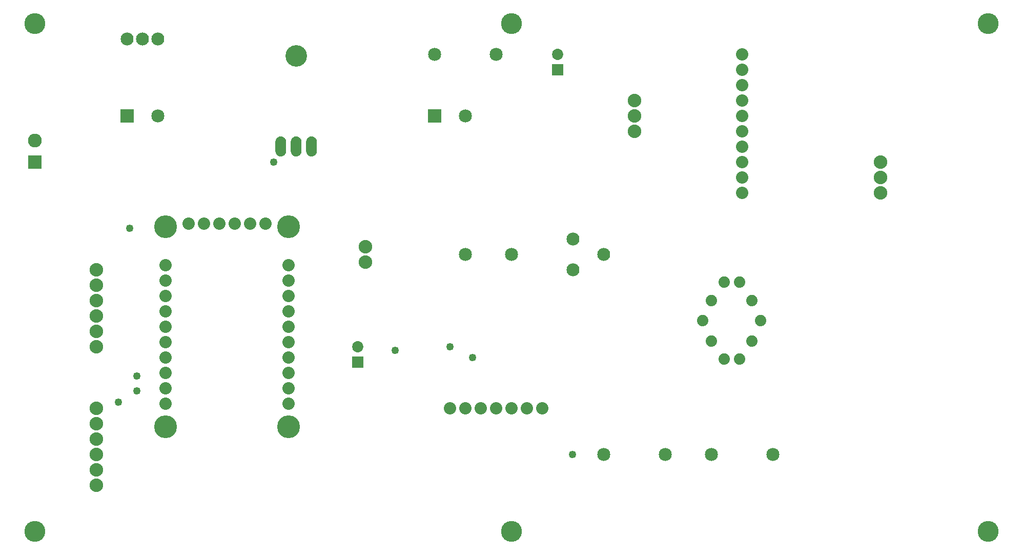
<source format=gts>
G04 MADE WITH FRITZING*
G04 WWW.FRITZING.ORG*
G04 DOUBLE SIDED*
G04 HOLES PLATED*
G04 CONTOUR ON CENTER OF CONTOUR VECTOR*
%ASAXBY*%
%FSLAX23Y23*%
%MOIN*%
%OFA0B0*%
%SFA1.0B1.0*%
%ADD10C,0.148425*%
%ADD11C,0.080000*%
%ADD12C,0.070000*%
%ADD13C,0.140000*%
%ADD14C,0.085000*%
%ADD15C,0.084000*%
%ADD16C,0.072992*%
%ADD17C,0.090000*%
%ADD18C,0.074000*%
%ADD19C,0.088000*%
%ADD20C,0.049370*%
%ADD21C,0.135984*%
%ADD22R,0.085000X0.085000*%
%ADD23R,0.072992X0.072992*%
%ADD24R,0.090000X0.090000*%
%ADD25R,0.001000X0.001000*%
%LNMASK1*%
G90*
G70*
G54D10*
X1815Y2171D03*
X1815Y871D03*
G54D11*
X1665Y2191D03*
X1565Y2191D03*
X1465Y2191D03*
X1365Y2191D03*
X1265Y2191D03*
X1165Y2191D03*
X1815Y1021D03*
X1815Y1121D03*
X1815Y1221D03*
X1815Y1321D03*
X1815Y1421D03*
X1815Y1521D03*
X1815Y1621D03*
X1815Y1721D03*
X1815Y1821D03*
G54D10*
X1015Y871D03*
G54D11*
X1815Y1921D03*
G54D10*
X1015Y2171D03*
G54D11*
X1015Y1921D03*
X1015Y1821D03*
X1015Y1721D03*
X1015Y1621D03*
X1015Y1521D03*
X1015Y1421D03*
X1015Y1321D03*
X1015Y1221D03*
X1015Y1121D03*
X1015Y1021D03*
G54D12*
X1765Y2691D03*
X1865Y2691D03*
X1965Y2691D03*
G54D13*
X1865Y3281D03*
G54D12*
X1765Y2691D03*
X1865Y2691D03*
X1965Y2691D03*
G54D13*
X1865Y3281D03*
G54D14*
X2765Y2891D03*
X2965Y2891D03*
X765Y2891D03*
X965Y2891D03*
G54D15*
X765Y3391D03*
X865Y3391D03*
X965Y3391D03*
X765Y3391D03*
X865Y3391D03*
X965Y3391D03*
G54D16*
X3565Y3192D03*
X3565Y3291D03*
G54D14*
X2765Y3291D03*
X3165Y3291D03*
G54D17*
X165Y2591D03*
X165Y2729D03*
G54D18*
X4565Y1427D03*
X4647Y1809D03*
X4747Y1309D03*
X4829Y1691D03*
X4747Y1809D03*
X4829Y1427D03*
X4647Y1309D03*
X4510Y1559D03*
X4884Y1559D03*
X4565Y1691D03*
G54D14*
X3865Y691D03*
X4265Y691D03*
X4565Y691D03*
X4965Y691D03*
X2965Y1991D03*
X3265Y1991D03*
G54D15*
X3665Y2091D03*
X3665Y1891D03*
X3865Y1991D03*
X3665Y2091D03*
X3665Y1891D03*
X3865Y1991D03*
G54D16*
X2265Y1292D03*
X2265Y1391D03*
G54D19*
X2315Y2041D03*
X2315Y1941D03*
X565Y1891D03*
X565Y1791D03*
X565Y1691D03*
X565Y1591D03*
X565Y1491D03*
X565Y1391D03*
G54D11*
X4765Y2391D03*
X4765Y2491D03*
X4765Y2591D03*
X4765Y2691D03*
X4765Y2791D03*
X4765Y2891D03*
X4765Y2991D03*
X4765Y3091D03*
X4765Y3191D03*
X4765Y3291D03*
G54D19*
X4065Y2991D03*
X4065Y2891D03*
X4065Y2791D03*
X5665Y2591D03*
X5665Y2491D03*
X5665Y2391D03*
X565Y991D03*
X565Y891D03*
X565Y791D03*
X565Y691D03*
X565Y591D03*
X565Y491D03*
G54D20*
X829Y1199D03*
X709Y1031D03*
X829Y1103D03*
X3013Y1319D03*
X781Y2159D03*
X1717Y2591D03*
X2509Y1367D03*
G54D21*
X165Y3491D03*
X165Y191D03*
X6365Y191D03*
X6365Y3491D03*
X3265Y191D03*
X3265Y3491D03*
G54D11*
X3465Y991D03*
X3365Y991D03*
X3265Y991D03*
X3165Y991D03*
X3065Y991D03*
X2965Y991D03*
X2865Y991D03*
G54D20*
X2865Y1391D03*
X3663Y691D03*
G54D22*
X2765Y2891D03*
X765Y2891D03*
G54D23*
X3565Y3192D03*
G54D24*
X165Y2591D03*
G54D23*
X2265Y1292D03*
G54D25*
X1758Y2756D02*
X1772Y2756D01*
X1858Y2756D02*
X1872Y2756D01*
X1958Y2756D02*
X1972Y2756D01*
X1754Y2755D02*
X1775Y2755D01*
X1854Y2755D02*
X1875Y2755D01*
X1954Y2755D02*
X1975Y2755D01*
X1752Y2754D02*
X1778Y2754D01*
X1852Y2754D02*
X1878Y2754D01*
X1952Y2754D02*
X1978Y2754D01*
X1750Y2753D02*
X1780Y2753D01*
X1850Y2753D02*
X1880Y2753D01*
X1950Y2753D02*
X1980Y2753D01*
X1748Y2752D02*
X1782Y2752D01*
X1848Y2752D02*
X1882Y2752D01*
X1948Y2752D02*
X1982Y2752D01*
X1746Y2751D02*
X1783Y2751D01*
X1846Y2751D02*
X1883Y2751D01*
X1946Y2751D02*
X1983Y2751D01*
X1745Y2750D02*
X1785Y2750D01*
X1845Y2750D02*
X1885Y2750D01*
X1945Y2750D02*
X1985Y2750D01*
X1743Y2749D02*
X1786Y2749D01*
X1843Y2749D02*
X1886Y2749D01*
X1943Y2749D02*
X1986Y2749D01*
X1742Y2748D02*
X1787Y2748D01*
X1842Y2748D02*
X1887Y2748D01*
X1942Y2748D02*
X1987Y2748D01*
X1741Y2747D02*
X1789Y2747D01*
X1841Y2747D02*
X1889Y2747D01*
X1941Y2747D02*
X1989Y2747D01*
X1740Y2746D02*
X1790Y2746D01*
X1840Y2746D02*
X1890Y2746D01*
X1940Y2746D02*
X1990Y2746D01*
X1739Y2745D02*
X1790Y2745D01*
X1839Y2745D02*
X1890Y2745D01*
X1939Y2745D02*
X1990Y2745D01*
X1738Y2744D02*
X1791Y2744D01*
X1838Y2744D02*
X1891Y2744D01*
X1938Y2744D02*
X1991Y2744D01*
X1737Y2743D02*
X1792Y2743D01*
X1837Y2743D02*
X1892Y2743D01*
X1937Y2743D02*
X1992Y2743D01*
X1737Y2742D02*
X1793Y2742D01*
X1837Y2742D02*
X1893Y2742D01*
X1937Y2742D02*
X1993Y2742D01*
X1736Y2741D02*
X1793Y2741D01*
X1836Y2741D02*
X1893Y2741D01*
X1936Y2741D02*
X1993Y2741D01*
X1735Y2740D02*
X1794Y2740D01*
X1835Y2740D02*
X1894Y2740D01*
X1935Y2740D02*
X1994Y2740D01*
X1735Y2739D02*
X1795Y2739D01*
X1835Y2739D02*
X1895Y2739D01*
X1935Y2739D02*
X1995Y2739D01*
X1734Y2738D02*
X1795Y2738D01*
X1834Y2738D02*
X1895Y2738D01*
X1934Y2738D02*
X1995Y2738D01*
X1734Y2737D02*
X1796Y2737D01*
X1834Y2737D02*
X1896Y2737D01*
X1934Y2737D02*
X1996Y2737D01*
X1733Y2736D02*
X1796Y2736D01*
X1833Y2736D02*
X1896Y2736D01*
X1933Y2736D02*
X1996Y2736D01*
X1733Y2735D02*
X1797Y2735D01*
X1833Y2735D02*
X1897Y2735D01*
X1933Y2735D02*
X1997Y2735D01*
X1733Y2734D02*
X1797Y2734D01*
X1833Y2734D02*
X1897Y2734D01*
X1933Y2734D02*
X1997Y2734D01*
X1732Y2733D02*
X1797Y2733D01*
X1832Y2733D02*
X1897Y2733D01*
X1932Y2733D02*
X1997Y2733D01*
X1732Y2732D02*
X1798Y2732D01*
X1832Y2732D02*
X1898Y2732D01*
X1932Y2732D02*
X1998Y2732D01*
X1732Y2731D02*
X1798Y2731D01*
X1832Y2731D02*
X1898Y2731D01*
X1932Y2731D02*
X1998Y2731D01*
X1731Y2730D02*
X1798Y2730D01*
X1831Y2730D02*
X1898Y2730D01*
X1931Y2730D02*
X1998Y2730D01*
X1731Y2729D02*
X1798Y2729D01*
X1831Y2729D02*
X1898Y2729D01*
X1931Y2729D02*
X1998Y2729D01*
X1731Y2728D02*
X1799Y2728D01*
X1831Y2728D02*
X1899Y2728D01*
X1931Y2728D02*
X1999Y2728D01*
X1731Y2727D02*
X1799Y2727D01*
X1831Y2727D02*
X1899Y2727D01*
X1931Y2727D02*
X1999Y2727D01*
X1731Y2726D02*
X1799Y2726D01*
X1831Y2726D02*
X1899Y2726D01*
X1931Y2726D02*
X1999Y2726D01*
X1730Y2725D02*
X1799Y2725D01*
X1830Y2725D02*
X1899Y2725D01*
X1930Y2725D02*
X1999Y2725D01*
X1730Y2724D02*
X1799Y2724D01*
X1830Y2724D02*
X1899Y2724D01*
X1930Y2724D02*
X1999Y2724D01*
X1730Y2723D02*
X1799Y2723D01*
X1830Y2723D02*
X1899Y2723D01*
X1930Y2723D02*
X1999Y2723D01*
X1730Y2722D02*
X1799Y2722D01*
X1830Y2722D02*
X1899Y2722D01*
X1930Y2722D02*
X1999Y2722D01*
X1730Y2721D02*
X1799Y2721D01*
X1830Y2721D02*
X1899Y2721D01*
X1930Y2721D02*
X1999Y2721D01*
X1730Y2720D02*
X1799Y2720D01*
X1830Y2720D02*
X1899Y2720D01*
X1930Y2720D02*
X1999Y2720D01*
X1730Y2719D02*
X1799Y2719D01*
X1830Y2719D02*
X1899Y2719D01*
X1930Y2719D02*
X1999Y2719D01*
X1730Y2718D02*
X1799Y2718D01*
X1830Y2718D02*
X1899Y2718D01*
X1930Y2718D02*
X1999Y2718D01*
X1730Y2717D02*
X1799Y2717D01*
X1830Y2717D02*
X1899Y2717D01*
X1930Y2717D02*
X1999Y2717D01*
X1730Y2716D02*
X1799Y2716D01*
X1830Y2716D02*
X1899Y2716D01*
X1930Y2716D02*
X1999Y2716D01*
X1730Y2715D02*
X1799Y2715D01*
X1830Y2715D02*
X1899Y2715D01*
X1930Y2715D02*
X1999Y2715D01*
X1730Y2714D02*
X1799Y2714D01*
X1830Y2714D02*
X1899Y2714D01*
X1930Y2714D02*
X1999Y2714D01*
X1730Y2713D02*
X1799Y2713D01*
X1830Y2713D02*
X1899Y2713D01*
X1930Y2713D02*
X1999Y2713D01*
X1730Y2712D02*
X1799Y2712D01*
X1830Y2712D02*
X1899Y2712D01*
X1930Y2712D02*
X1999Y2712D01*
X1730Y2711D02*
X1799Y2711D01*
X1830Y2711D02*
X1899Y2711D01*
X1930Y2711D02*
X1999Y2711D01*
X1730Y2710D02*
X1799Y2710D01*
X1830Y2710D02*
X1899Y2710D01*
X1930Y2710D02*
X1999Y2710D01*
X1730Y2709D02*
X1799Y2709D01*
X1830Y2709D02*
X1899Y2709D01*
X1930Y2709D02*
X1999Y2709D01*
X1730Y2708D02*
X1799Y2708D01*
X1830Y2708D02*
X1899Y2708D01*
X1930Y2708D02*
X1999Y2708D01*
X1730Y2707D02*
X1799Y2707D01*
X1830Y2707D02*
X1899Y2707D01*
X1930Y2707D02*
X1999Y2707D01*
X1730Y2706D02*
X1759Y2706D01*
X1770Y2706D02*
X1799Y2706D01*
X1830Y2706D02*
X1859Y2706D01*
X1870Y2706D02*
X1899Y2706D01*
X1930Y2706D02*
X1959Y2706D01*
X1970Y2706D02*
X1999Y2706D01*
X1730Y2705D02*
X1757Y2705D01*
X1772Y2705D02*
X1799Y2705D01*
X1830Y2705D02*
X1857Y2705D01*
X1872Y2705D02*
X1899Y2705D01*
X1930Y2705D02*
X1957Y2705D01*
X1972Y2705D02*
X1999Y2705D01*
X1730Y2704D02*
X1756Y2704D01*
X1774Y2704D02*
X1799Y2704D01*
X1830Y2704D02*
X1856Y2704D01*
X1874Y2704D02*
X1899Y2704D01*
X1930Y2704D02*
X1956Y2704D01*
X1974Y2704D02*
X1999Y2704D01*
X1730Y2703D02*
X1754Y2703D01*
X1775Y2703D02*
X1799Y2703D01*
X1830Y2703D02*
X1854Y2703D01*
X1875Y2703D02*
X1899Y2703D01*
X1930Y2703D02*
X1954Y2703D01*
X1975Y2703D02*
X1999Y2703D01*
X1730Y2702D02*
X1753Y2702D01*
X1776Y2702D02*
X1799Y2702D01*
X1830Y2702D02*
X1853Y2702D01*
X1876Y2702D02*
X1899Y2702D01*
X1930Y2702D02*
X1953Y2702D01*
X1976Y2702D02*
X1999Y2702D01*
X1730Y2701D02*
X1752Y2701D01*
X1777Y2701D02*
X1799Y2701D01*
X1830Y2701D02*
X1852Y2701D01*
X1877Y2701D02*
X1899Y2701D01*
X1930Y2701D02*
X1952Y2701D01*
X1977Y2701D02*
X1999Y2701D01*
X1730Y2700D02*
X1752Y2700D01*
X1778Y2700D02*
X1799Y2700D01*
X1830Y2700D02*
X1852Y2700D01*
X1878Y2700D02*
X1899Y2700D01*
X1930Y2700D02*
X1952Y2700D01*
X1978Y2700D02*
X1999Y2700D01*
X1730Y2699D02*
X1751Y2699D01*
X1778Y2699D02*
X1799Y2699D01*
X1830Y2699D02*
X1851Y2699D01*
X1878Y2699D02*
X1899Y2699D01*
X1930Y2699D02*
X1951Y2699D01*
X1978Y2699D02*
X1999Y2699D01*
X1730Y2698D02*
X1751Y2698D01*
X1779Y2698D02*
X1799Y2698D01*
X1830Y2698D02*
X1851Y2698D01*
X1879Y2698D02*
X1899Y2698D01*
X1930Y2698D02*
X1951Y2698D01*
X1979Y2698D02*
X1999Y2698D01*
X1730Y2697D02*
X1750Y2697D01*
X1779Y2697D02*
X1799Y2697D01*
X1830Y2697D02*
X1850Y2697D01*
X1879Y2697D02*
X1899Y2697D01*
X1930Y2697D02*
X1950Y2697D01*
X1979Y2697D02*
X1999Y2697D01*
X1730Y2696D02*
X1750Y2696D01*
X1780Y2696D02*
X1799Y2696D01*
X1830Y2696D02*
X1850Y2696D01*
X1880Y2696D02*
X1899Y2696D01*
X1930Y2696D02*
X1950Y2696D01*
X1980Y2696D02*
X1999Y2696D01*
X1730Y2695D02*
X1750Y2695D01*
X1780Y2695D02*
X1799Y2695D01*
X1830Y2695D02*
X1850Y2695D01*
X1880Y2695D02*
X1899Y2695D01*
X1930Y2695D02*
X1950Y2695D01*
X1980Y2695D02*
X1999Y2695D01*
X1730Y2694D02*
X1749Y2694D01*
X1780Y2694D02*
X1799Y2694D01*
X1830Y2694D02*
X1849Y2694D01*
X1880Y2694D02*
X1899Y2694D01*
X1930Y2694D02*
X1949Y2694D01*
X1980Y2694D02*
X1999Y2694D01*
X1730Y2693D02*
X1749Y2693D01*
X1780Y2693D02*
X1799Y2693D01*
X1830Y2693D02*
X1849Y2693D01*
X1880Y2693D02*
X1899Y2693D01*
X1930Y2693D02*
X1949Y2693D01*
X1980Y2693D02*
X1999Y2693D01*
X1730Y2692D02*
X1749Y2692D01*
X1780Y2692D02*
X1799Y2692D01*
X1830Y2692D02*
X1849Y2692D01*
X1880Y2692D02*
X1899Y2692D01*
X1930Y2692D02*
X1949Y2692D01*
X1980Y2692D02*
X1999Y2692D01*
X1730Y2691D02*
X1749Y2691D01*
X1780Y2691D02*
X1799Y2691D01*
X1830Y2691D02*
X1849Y2691D01*
X1880Y2691D02*
X1899Y2691D01*
X1930Y2691D02*
X1949Y2691D01*
X1980Y2691D02*
X1999Y2691D01*
X1730Y2690D02*
X1749Y2690D01*
X1780Y2690D02*
X1799Y2690D01*
X1830Y2690D02*
X1849Y2690D01*
X1880Y2690D02*
X1899Y2690D01*
X1930Y2690D02*
X1949Y2690D01*
X1980Y2690D02*
X1999Y2690D01*
X1730Y2689D02*
X1750Y2689D01*
X1780Y2689D02*
X1799Y2689D01*
X1830Y2689D02*
X1850Y2689D01*
X1880Y2689D02*
X1899Y2689D01*
X1930Y2689D02*
X1950Y2689D01*
X1980Y2689D02*
X1999Y2689D01*
X1730Y2688D02*
X1750Y2688D01*
X1780Y2688D02*
X1799Y2688D01*
X1830Y2688D02*
X1850Y2688D01*
X1880Y2688D02*
X1899Y2688D01*
X1930Y2688D02*
X1950Y2688D01*
X1980Y2688D02*
X1999Y2688D01*
X1730Y2687D02*
X1750Y2687D01*
X1779Y2687D02*
X1799Y2687D01*
X1830Y2687D02*
X1850Y2687D01*
X1879Y2687D02*
X1899Y2687D01*
X1930Y2687D02*
X1950Y2687D01*
X1979Y2687D02*
X1999Y2687D01*
X1730Y2686D02*
X1750Y2686D01*
X1779Y2686D02*
X1799Y2686D01*
X1830Y2686D02*
X1850Y2686D01*
X1879Y2686D02*
X1899Y2686D01*
X1930Y2686D02*
X1950Y2686D01*
X1979Y2686D02*
X1999Y2686D01*
X1730Y2685D02*
X1751Y2685D01*
X1779Y2685D02*
X1799Y2685D01*
X1830Y2685D02*
X1851Y2685D01*
X1879Y2685D02*
X1899Y2685D01*
X1930Y2685D02*
X1951Y2685D01*
X1979Y2685D02*
X1999Y2685D01*
X1730Y2684D02*
X1751Y2684D01*
X1778Y2684D02*
X1799Y2684D01*
X1830Y2684D02*
X1851Y2684D01*
X1878Y2684D02*
X1899Y2684D01*
X1930Y2684D02*
X1951Y2684D01*
X1978Y2684D02*
X1999Y2684D01*
X1730Y2683D02*
X1752Y2683D01*
X1777Y2683D02*
X1799Y2683D01*
X1830Y2683D02*
X1852Y2683D01*
X1877Y2683D02*
X1899Y2683D01*
X1930Y2683D02*
X1952Y2683D01*
X1977Y2683D02*
X1999Y2683D01*
X1730Y2682D02*
X1753Y2682D01*
X1777Y2682D02*
X1799Y2682D01*
X1830Y2682D02*
X1853Y2682D01*
X1877Y2682D02*
X1899Y2682D01*
X1930Y2682D02*
X1953Y2682D01*
X1977Y2682D02*
X1999Y2682D01*
X1730Y2681D02*
X1754Y2681D01*
X1776Y2681D02*
X1799Y2681D01*
X1830Y2681D02*
X1854Y2681D01*
X1876Y2681D02*
X1899Y2681D01*
X1930Y2681D02*
X1954Y2681D01*
X1976Y2681D02*
X1999Y2681D01*
X1730Y2680D02*
X1755Y2680D01*
X1774Y2680D02*
X1799Y2680D01*
X1830Y2680D02*
X1855Y2680D01*
X1874Y2680D02*
X1899Y2680D01*
X1930Y2680D02*
X1955Y2680D01*
X1974Y2680D02*
X1999Y2680D01*
X1730Y2679D02*
X1756Y2679D01*
X1773Y2679D02*
X1799Y2679D01*
X1830Y2679D02*
X1856Y2679D01*
X1873Y2679D02*
X1899Y2679D01*
X1930Y2679D02*
X1956Y2679D01*
X1973Y2679D02*
X1999Y2679D01*
X1730Y2678D02*
X1758Y2678D01*
X1771Y2678D02*
X1799Y2678D01*
X1830Y2678D02*
X1858Y2678D01*
X1871Y2678D02*
X1899Y2678D01*
X1930Y2678D02*
X1958Y2678D01*
X1971Y2678D02*
X1999Y2678D01*
X1730Y2677D02*
X1762Y2677D01*
X1767Y2677D02*
X1799Y2677D01*
X1830Y2677D02*
X1862Y2677D01*
X1867Y2677D02*
X1899Y2677D01*
X1930Y2677D02*
X1962Y2677D01*
X1967Y2677D02*
X1999Y2677D01*
X1730Y2676D02*
X1799Y2676D01*
X1830Y2676D02*
X1899Y2676D01*
X1930Y2676D02*
X1999Y2676D01*
X1730Y2675D02*
X1799Y2675D01*
X1830Y2675D02*
X1899Y2675D01*
X1930Y2675D02*
X1999Y2675D01*
X1730Y2674D02*
X1799Y2674D01*
X1830Y2674D02*
X1899Y2674D01*
X1930Y2674D02*
X1999Y2674D01*
X1730Y2673D02*
X1799Y2673D01*
X1830Y2673D02*
X1899Y2673D01*
X1930Y2673D02*
X1999Y2673D01*
X1730Y2672D02*
X1799Y2672D01*
X1830Y2672D02*
X1899Y2672D01*
X1930Y2672D02*
X1999Y2672D01*
X1730Y2671D02*
X1799Y2671D01*
X1830Y2671D02*
X1899Y2671D01*
X1930Y2671D02*
X1999Y2671D01*
X1730Y2670D02*
X1799Y2670D01*
X1830Y2670D02*
X1899Y2670D01*
X1930Y2670D02*
X1999Y2670D01*
X1730Y2669D02*
X1799Y2669D01*
X1830Y2669D02*
X1899Y2669D01*
X1930Y2669D02*
X1999Y2669D01*
X1730Y2668D02*
X1799Y2668D01*
X1830Y2668D02*
X1899Y2668D01*
X1930Y2668D02*
X1999Y2668D01*
X1730Y2667D02*
X1799Y2667D01*
X1830Y2667D02*
X1899Y2667D01*
X1930Y2667D02*
X1999Y2667D01*
X1730Y2666D02*
X1799Y2666D01*
X1830Y2666D02*
X1899Y2666D01*
X1930Y2666D02*
X1999Y2666D01*
X1730Y2665D02*
X1799Y2665D01*
X1830Y2665D02*
X1899Y2665D01*
X1930Y2665D02*
X1999Y2665D01*
X1730Y2664D02*
X1799Y2664D01*
X1830Y2664D02*
X1899Y2664D01*
X1930Y2664D02*
X1999Y2664D01*
X1730Y2663D02*
X1799Y2663D01*
X1830Y2663D02*
X1899Y2663D01*
X1930Y2663D02*
X1999Y2663D01*
X1730Y2662D02*
X1799Y2662D01*
X1830Y2662D02*
X1899Y2662D01*
X1930Y2662D02*
X1999Y2662D01*
X1730Y2661D02*
X1799Y2661D01*
X1830Y2661D02*
X1899Y2661D01*
X1930Y2661D02*
X1999Y2661D01*
X1730Y2660D02*
X1799Y2660D01*
X1830Y2660D02*
X1899Y2660D01*
X1930Y2660D02*
X1999Y2660D01*
X1730Y2659D02*
X1799Y2659D01*
X1830Y2659D02*
X1899Y2659D01*
X1930Y2659D02*
X1999Y2659D01*
X1731Y2658D02*
X1799Y2658D01*
X1831Y2658D02*
X1899Y2658D01*
X1931Y2658D02*
X1999Y2658D01*
X1731Y2657D02*
X1799Y2657D01*
X1831Y2657D02*
X1899Y2657D01*
X1931Y2657D02*
X1999Y2657D01*
X1731Y2656D02*
X1799Y2656D01*
X1831Y2656D02*
X1899Y2656D01*
X1931Y2656D02*
X1999Y2656D01*
X1731Y2655D02*
X1799Y2655D01*
X1831Y2655D02*
X1899Y2655D01*
X1931Y2655D02*
X1999Y2655D01*
X1731Y2654D02*
X1798Y2654D01*
X1831Y2654D02*
X1898Y2654D01*
X1931Y2654D02*
X1998Y2654D01*
X1732Y2653D02*
X1798Y2653D01*
X1832Y2653D02*
X1898Y2653D01*
X1932Y2653D02*
X1998Y2653D01*
X1732Y2652D02*
X1798Y2652D01*
X1832Y2652D02*
X1898Y2652D01*
X1932Y2652D02*
X1998Y2652D01*
X1732Y2651D02*
X1797Y2651D01*
X1832Y2651D02*
X1897Y2651D01*
X1932Y2651D02*
X1997Y2651D01*
X1732Y2650D02*
X1797Y2650D01*
X1832Y2650D02*
X1897Y2650D01*
X1932Y2650D02*
X1997Y2650D01*
X1733Y2649D02*
X1797Y2649D01*
X1833Y2649D02*
X1897Y2649D01*
X1933Y2649D02*
X1997Y2649D01*
X1733Y2648D02*
X1796Y2648D01*
X1833Y2648D02*
X1896Y2648D01*
X1933Y2648D02*
X1996Y2648D01*
X1734Y2647D02*
X1796Y2647D01*
X1834Y2647D02*
X1896Y2647D01*
X1934Y2647D02*
X1996Y2647D01*
X1734Y2646D02*
X1795Y2646D01*
X1834Y2646D02*
X1895Y2646D01*
X1934Y2646D02*
X1995Y2646D01*
X1735Y2645D02*
X1795Y2645D01*
X1835Y2645D02*
X1895Y2645D01*
X1935Y2645D02*
X1995Y2645D01*
X1735Y2644D02*
X1794Y2644D01*
X1835Y2644D02*
X1894Y2644D01*
X1935Y2644D02*
X1994Y2644D01*
X1736Y2643D02*
X1794Y2643D01*
X1836Y2643D02*
X1894Y2643D01*
X1936Y2643D02*
X1994Y2643D01*
X1737Y2642D02*
X1793Y2642D01*
X1837Y2642D02*
X1893Y2642D01*
X1937Y2642D02*
X1993Y2642D01*
X1737Y2641D02*
X1792Y2641D01*
X1837Y2641D02*
X1892Y2641D01*
X1937Y2641D02*
X1992Y2641D01*
X1738Y2640D02*
X1792Y2640D01*
X1838Y2640D02*
X1892Y2640D01*
X1938Y2640D02*
X1992Y2640D01*
X1739Y2639D02*
X1791Y2639D01*
X1839Y2639D02*
X1891Y2639D01*
X1939Y2639D02*
X1991Y2639D01*
X1740Y2638D02*
X1790Y2638D01*
X1840Y2638D02*
X1890Y2638D01*
X1940Y2638D02*
X1990Y2638D01*
X1741Y2637D02*
X1789Y2637D01*
X1841Y2637D02*
X1889Y2637D01*
X1941Y2637D02*
X1989Y2637D01*
X1742Y2636D02*
X1788Y2636D01*
X1842Y2636D02*
X1888Y2636D01*
X1942Y2636D02*
X1988Y2636D01*
X1743Y2635D02*
X1787Y2635D01*
X1843Y2635D02*
X1887Y2635D01*
X1943Y2635D02*
X1987Y2635D01*
X1744Y2634D02*
X1785Y2634D01*
X1844Y2634D02*
X1885Y2634D01*
X1944Y2634D02*
X1985Y2634D01*
X1746Y2633D02*
X1784Y2633D01*
X1846Y2633D02*
X1884Y2633D01*
X1946Y2633D02*
X1984Y2633D01*
X1747Y2632D02*
X1782Y2632D01*
X1847Y2632D02*
X1882Y2632D01*
X1947Y2632D02*
X1982Y2632D01*
X1749Y2631D02*
X1781Y2631D01*
X1849Y2631D02*
X1881Y2631D01*
X1949Y2631D02*
X1981Y2631D01*
X1751Y2630D02*
X1779Y2630D01*
X1851Y2630D02*
X1879Y2630D01*
X1951Y2630D02*
X1979Y2630D01*
X1754Y2629D02*
X1776Y2629D01*
X1854Y2629D02*
X1876Y2629D01*
X1954Y2629D02*
X1976Y2629D01*
X1757Y2628D02*
X1773Y2628D01*
X1857Y2628D02*
X1873Y2628D01*
X1957Y2628D02*
X1973Y2628D01*
X1762Y2627D02*
X1767Y2627D01*
X1862Y2627D02*
X1867Y2627D01*
X1962Y2627D02*
X1967Y2627D01*
D02*
G04 End of Mask1*
M02*
</source>
